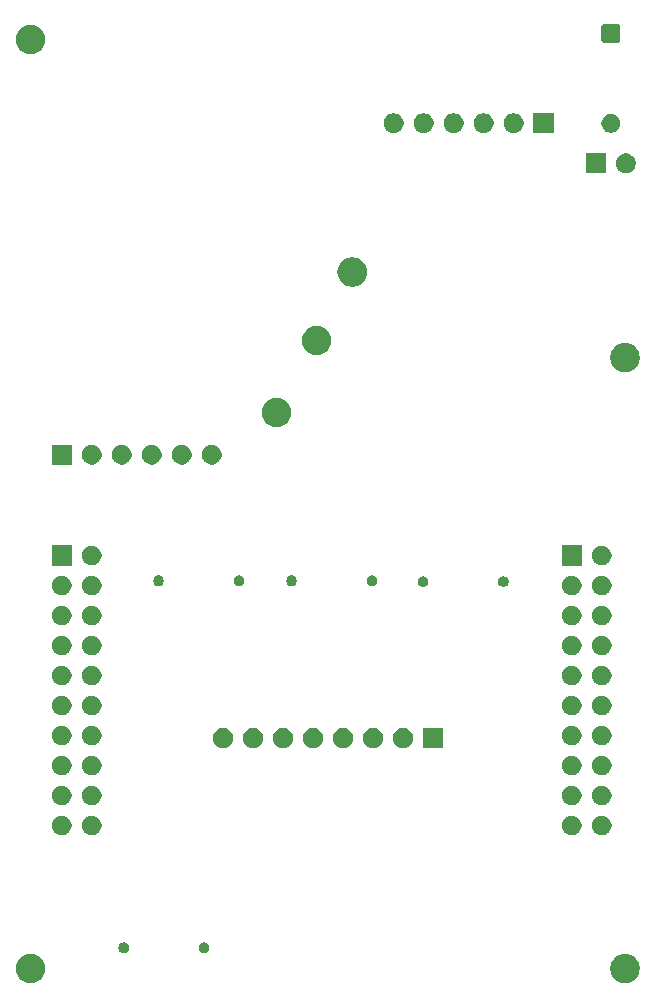
<source format=gbs>
G04 #@! TF.GenerationSoftware,KiCad,Pcbnew,9.0.4*
G04 #@! TF.CreationDate,2025-09-12T09:59:32-04:00*
G04 #@! TF.ProjectId,SBP_Routing_Board,5342505f-526f-4757-9469-6e675f426f61,rev?*
G04 #@! TF.SameCoordinates,Original*
G04 #@! TF.FileFunction,Soldermask,Bot*
G04 #@! TF.FilePolarity,Negative*
%FSLAX46Y46*%
G04 Gerber Fmt 4.6, Leading zero omitted, Abs format (unit mm)*
G04 Created by KiCad (PCBNEW 9.0.4) date 2025-09-12 09:59:32*
%MOMM*%
%LPD*%
G01*
G04 APERTURE LIST*
G04 APERTURE END LIST*
G36*
X70041807Y-140484538D02*
G01*
X70228354Y-140545151D01*
X70403123Y-140634200D01*
X70561810Y-140749493D01*
X70700507Y-140888190D01*
X70815800Y-141046877D01*
X70904849Y-141221646D01*
X70965462Y-141408193D01*
X70996147Y-141601926D01*
X70996147Y-141798074D01*
X70965462Y-141991807D01*
X70904849Y-142178354D01*
X70815800Y-142353123D01*
X70700507Y-142511810D01*
X70561810Y-142650507D01*
X70403123Y-142765800D01*
X70228354Y-142854849D01*
X70041807Y-142915462D01*
X69848074Y-142946147D01*
X69651926Y-142946147D01*
X69458193Y-142915462D01*
X69271646Y-142854849D01*
X69096877Y-142765800D01*
X68938190Y-142650507D01*
X68799493Y-142511810D01*
X68684200Y-142353123D01*
X68595151Y-142178354D01*
X68534538Y-141991807D01*
X68503853Y-141798074D01*
X68503853Y-141601926D01*
X68534538Y-141408193D01*
X68595151Y-141221646D01*
X68684200Y-141046877D01*
X68799493Y-140888190D01*
X68938190Y-140749493D01*
X69096877Y-140634200D01*
X69271646Y-140545151D01*
X69458193Y-140484538D01*
X69651926Y-140453853D01*
X69848074Y-140453853D01*
X70041807Y-140484538D01*
G37*
G36*
X120391807Y-140484538D02*
G01*
X120578354Y-140545151D01*
X120753123Y-140634200D01*
X120911810Y-140749493D01*
X121050507Y-140888190D01*
X121165800Y-141046877D01*
X121254849Y-141221646D01*
X121315462Y-141408193D01*
X121346147Y-141601926D01*
X121346147Y-141798074D01*
X121315462Y-141991807D01*
X121254849Y-142178354D01*
X121165800Y-142353123D01*
X121050507Y-142511810D01*
X120911810Y-142650507D01*
X120753123Y-142765800D01*
X120578354Y-142854849D01*
X120391807Y-142915462D01*
X120198074Y-142946147D01*
X120001926Y-142946147D01*
X119808193Y-142915462D01*
X119621646Y-142854849D01*
X119446877Y-142765800D01*
X119288190Y-142650507D01*
X119149493Y-142511810D01*
X119034200Y-142353123D01*
X118945151Y-142178354D01*
X118884538Y-141991807D01*
X118853853Y-141798074D01*
X118853853Y-141601926D01*
X118884538Y-141408193D01*
X118945151Y-141221646D01*
X119034200Y-141046877D01*
X119149493Y-140888190D01*
X119288190Y-140749493D01*
X119446877Y-140634200D01*
X119621646Y-140545151D01*
X119808193Y-140484538D01*
X120001926Y-140453853D01*
X120198074Y-140453853D01*
X120391807Y-140484538D01*
G37*
G36*
X77822208Y-139534254D02*
G01*
X77923943Y-139592991D01*
X78007009Y-139676057D01*
X78065746Y-139777792D01*
X78096150Y-139891263D01*
X78096150Y-140008737D01*
X78065746Y-140122208D01*
X78007009Y-140223943D01*
X77923943Y-140307009D01*
X77822208Y-140365746D01*
X77708737Y-140396150D01*
X77591263Y-140396150D01*
X77477792Y-140365746D01*
X77376057Y-140307009D01*
X77292991Y-140223943D01*
X77234254Y-140122208D01*
X77203850Y-140008737D01*
X77203850Y-139891263D01*
X77234254Y-139777792D01*
X77292991Y-139676057D01*
X77376057Y-139592991D01*
X77477792Y-139534254D01*
X77591263Y-139503850D01*
X77708737Y-139503850D01*
X77822208Y-139534254D01*
G37*
G36*
X84622208Y-139534254D02*
G01*
X84723943Y-139592991D01*
X84807009Y-139676057D01*
X84865746Y-139777792D01*
X84896150Y-139891263D01*
X84896150Y-140008737D01*
X84865746Y-140122208D01*
X84807009Y-140223943D01*
X84723943Y-140307009D01*
X84622208Y-140365746D01*
X84508737Y-140396150D01*
X84391263Y-140396150D01*
X84277792Y-140365746D01*
X84176057Y-140307009D01*
X84092991Y-140223943D01*
X84034254Y-140122208D01*
X84003850Y-140008737D01*
X84003850Y-139891263D01*
X84034254Y-139777792D01*
X84092991Y-139676057D01*
X84176057Y-139592991D01*
X84277792Y-139534254D01*
X84391263Y-139503850D01*
X84508737Y-139503850D01*
X84622208Y-139534254D01*
G37*
G36*
X72646742Y-128796601D02*
G01*
X72800687Y-128860367D01*
X72939234Y-128952941D01*
X73057059Y-129070766D01*
X73149633Y-129209313D01*
X73213399Y-129363258D01*
X73245907Y-129526685D01*
X73245907Y-129693315D01*
X73213399Y-129856742D01*
X73149633Y-130010687D01*
X73057059Y-130149234D01*
X72939234Y-130267059D01*
X72800687Y-130359633D01*
X72646742Y-130423399D01*
X72483315Y-130455907D01*
X72316685Y-130455907D01*
X72153258Y-130423399D01*
X71999313Y-130359633D01*
X71860766Y-130267059D01*
X71742941Y-130149234D01*
X71650367Y-130010687D01*
X71586601Y-129856742D01*
X71554093Y-129693315D01*
X71554093Y-129526685D01*
X71586601Y-129363258D01*
X71650367Y-129209313D01*
X71742941Y-129070766D01*
X71860766Y-128952941D01*
X71999313Y-128860367D01*
X72153258Y-128796601D01*
X72316685Y-128764093D01*
X72483315Y-128764093D01*
X72646742Y-128796601D01*
G37*
G36*
X75186742Y-128796601D02*
G01*
X75340687Y-128860367D01*
X75479234Y-128952941D01*
X75597059Y-129070766D01*
X75689633Y-129209313D01*
X75753399Y-129363258D01*
X75785907Y-129526685D01*
X75785907Y-129693315D01*
X75753399Y-129856742D01*
X75689633Y-130010687D01*
X75597059Y-130149234D01*
X75479234Y-130267059D01*
X75340687Y-130359633D01*
X75186742Y-130423399D01*
X75023315Y-130455907D01*
X74856685Y-130455907D01*
X74693258Y-130423399D01*
X74539313Y-130359633D01*
X74400766Y-130267059D01*
X74282941Y-130149234D01*
X74190367Y-130010687D01*
X74126601Y-129856742D01*
X74094093Y-129693315D01*
X74094093Y-129526685D01*
X74126601Y-129363258D01*
X74190367Y-129209313D01*
X74282941Y-129070766D01*
X74400766Y-128952941D01*
X74539313Y-128860367D01*
X74693258Y-128796601D01*
X74856685Y-128764093D01*
X75023315Y-128764093D01*
X75186742Y-128796601D01*
G37*
G36*
X115826742Y-128796601D02*
G01*
X115980687Y-128860367D01*
X116119234Y-128952941D01*
X116237059Y-129070766D01*
X116329633Y-129209313D01*
X116393399Y-129363258D01*
X116425907Y-129526685D01*
X116425907Y-129693315D01*
X116393399Y-129856742D01*
X116329633Y-130010687D01*
X116237059Y-130149234D01*
X116119234Y-130267059D01*
X115980687Y-130359633D01*
X115826742Y-130423399D01*
X115663315Y-130455907D01*
X115496685Y-130455907D01*
X115333258Y-130423399D01*
X115179313Y-130359633D01*
X115040766Y-130267059D01*
X114922941Y-130149234D01*
X114830367Y-130010687D01*
X114766601Y-129856742D01*
X114734093Y-129693315D01*
X114734093Y-129526685D01*
X114766601Y-129363258D01*
X114830367Y-129209313D01*
X114922941Y-129070766D01*
X115040766Y-128952941D01*
X115179313Y-128860367D01*
X115333258Y-128796601D01*
X115496685Y-128764093D01*
X115663315Y-128764093D01*
X115826742Y-128796601D01*
G37*
G36*
X118366742Y-128796601D02*
G01*
X118520687Y-128860367D01*
X118659234Y-128952941D01*
X118777059Y-129070766D01*
X118869633Y-129209313D01*
X118933399Y-129363258D01*
X118965907Y-129526685D01*
X118965907Y-129693315D01*
X118933399Y-129856742D01*
X118869633Y-130010687D01*
X118777059Y-130149234D01*
X118659234Y-130267059D01*
X118520687Y-130359633D01*
X118366742Y-130423399D01*
X118203315Y-130455907D01*
X118036685Y-130455907D01*
X117873258Y-130423399D01*
X117719313Y-130359633D01*
X117580766Y-130267059D01*
X117462941Y-130149234D01*
X117370367Y-130010687D01*
X117306601Y-129856742D01*
X117274093Y-129693315D01*
X117274093Y-129526685D01*
X117306601Y-129363258D01*
X117370367Y-129209313D01*
X117462941Y-129070766D01*
X117580766Y-128952941D01*
X117719313Y-128860367D01*
X117873258Y-128796601D01*
X118036685Y-128764093D01*
X118203315Y-128764093D01*
X118366742Y-128796601D01*
G37*
G36*
X72646742Y-126256601D02*
G01*
X72800687Y-126320367D01*
X72939234Y-126412941D01*
X73057059Y-126530766D01*
X73149633Y-126669313D01*
X73213399Y-126823258D01*
X73245907Y-126986685D01*
X73245907Y-127153315D01*
X73213399Y-127316742D01*
X73149633Y-127470687D01*
X73057059Y-127609234D01*
X72939234Y-127727059D01*
X72800687Y-127819633D01*
X72646742Y-127883399D01*
X72483315Y-127915907D01*
X72316685Y-127915907D01*
X72153258Y-127883399D01*
X71999313Y-127819633D01*
X71860766Y-127727059D01*
X71742941Y-127609234D01*
X71650367Y-127470687D01*
X71586601Y-127316742D01*
X71554093Y-127153315D01*
X71554093Y-126986685D01*
X71586601Y-126823258D01*
X71650367Y-126669313D01*
X71742941Y-126530766D01*
X71860766Y-126412941D01*
X71999313Y-126320367D01*
X72153258Y-126256601D01*
X72316685Y-126224093D01*
X72483315Y-126224093D01*
X72646742Y-126256601D01*
G37*
G36*
X75186742Y-126256601D02*
G01*
X75340687Y-126320367D01*
X75479234Y-126412941D01*
X75597059Y-126530766D01*
X75689633Y-126669313D01*
X75753399Y-126823258D01*
X75785907Y-126986685D01*
X75785907Y-127153315D01*
X75753399Y-127316742D01*
X75689633Y-127470687D01*
X75597059Y-127609234D01*
X75479234Y-127727059D01*
X75340687Y-127819633D01*
X75186742Y-127883399D01*
X75023315Y-127915907D01*
X74856685Y-127915907D01*
X74693258Y-127883399D01*
X74539313Y-127819633D01*
X74400766Y-127727059D01*
X74282941Y-127609234D01*
X74190367Y-127470687D01*
X74126601Y-127316742D01*
X74094093Y-127153315D01*
X74094093Y-126986685D01*
X74126601Y-126823258D01*
X74190367Y-126669313D01*
X74282941Y-126530766D01*
X74400766Y-126412941D01*
X74539313Y-126320367D01*
X74693258Y-126256601D01*
X74856685Y-126224093D01*
X75023315Y-126224093D01*
X75186742Y-126256601D01*
G37*
G36*
X115826742Y-126256601D02*
G01*
X115980687Y-126320367D01*
X116119234Y-126412941D01*
X116237059Y-126530766D01*
X116329633Y-126669313D01*
X116393399Y-126823258D01*
X116425907Y-126986685D01*
X116425907Y-127153315D01*
X116393399Y-127316742D01*
X116329633Y-127470687D01*
X116237059Y-127609234D01*
X116119234Y-127727059D01*
X115980687Y-127819633D01*
X115826742Y-127883399D01*
X115663315Y-127915907D01*
X115496685Y-127915907D01*
X115333258Y-127883399D01*
X115179313Y-127819633D01*
X115040766Y-127727059D01*
X114922941Y-127609234D01*
X114830367Y-127470687D01*
X114766601Y-127316742D01*
X114734093Y-127153315D01*
X114734093Y-126986685D01*
X114766601Y-126823258D01*
X114830367Y-126669313D01*
X114922941Y-126530766D01*
X115040766Y-126412941D01*
X115179313Y-126320367D01*
X115333258Y-126256601D01*
X115496685Y-126224093D01*
X115663315Y-126224093D01*
X115826742Y-126256601D01*
G37*
G36*
X118366742Y-126256601D02*
G01*
X118520687Y-126320367D01*
X118659234Y-126412941D01*
X118777059Y-126530766D01*
X118869633Y-126669313D01*
X118933399Y-126823258D01*
X118965907Y-126986685D01*
X118965907Y-127153315D01*
X118933399Y-127316742D01*
X118869633Y-127470687D01*
X118777059Y-127609234D01*
X118659234Y-127727059D01*
X118520687Y-127819633D01*
X118366742Y-127883399D01*
X118203315Y-127915907D01*
X118036685Y-127915907D01*
X117873258Y-127883399D01*
X117719313Y-127819633D01*
X117580766Y-127727059D01*
X117462941Y-127609234D01*
X117370367Y-127470687D01*
X117306601Y-127316742D01*
X117274093Y-127153315D01*
X117274093Y-126986685D01*
X117306601Y-126823258D01*
X117370367Y-126669313D01*
X117462941Y-126530766D01*
X117580766Y-126412941D01*
X117719313Y-126320367D01*
X117873258Y-126256601D01*
X118036685Y-126224093D01*
X118203315Y-126224093D01*
X118366742Y-126256601D01*
G37*
G36*
X72646742Y-123716601D02*
G01*
X72800687Y-123780367D01*
X72939234Y-123872941D01*
X73057059Y-123990766D01*
X73149633Y-124129313D01*
X73213399Y-124283258D01*
X73245907Y-124446685D01*
X73245907Y-124613315D01*
X73213399Y-124776742D01*
X73149633Y-124930687D01*
X73057059Y-125069234D01*
X72939234Y-125187059D01*
X72800687Y-125279633D01*
X72646742Y-125343399D01*
X72483315Y-125375907D01*
X72316685Y-125375907D01*
X72153258Y-125343399D01*
X71999313Y-125279633D01*
X71860766Y-125187059D01*
X71742941Y-125069234D01*
X71650367Y-124930687D01*
X71586601Y-124776742D01*
X71554093Y-124613315D01*
X71554093Y-124446685D01*
X71586601Y-124283258D01*
X71650367Y-124129313D01*
X71742941Y-123990766D01*
X71860766Y-123872941D01*
X71999313Y-123780367D01*
X72153258Y-123716601D01*
X72316685Y-123684093D01*
X72483315Y-123684093D01*
X72646742Y-123716601D01*
G37*
G36*
X75186742Y-123716601D02*
G01*
X75340687Y-123780367D01*
X75479234Y-123872941D01*
X75597059Y-123990766D01*
X75689633Y-124129313D01*
X75753399Y-124283258D01*
X75785907Y-124446685D01*
X75785907Y-124613315D01*
X75753399Y-124776742D01*
X75689633Y-124930687D01*
X75597059Y-125069234D01*
X75479234Y-125187059D01*
X75340687Y-125279633D01*
X75186742Y-125343399D01*
X75023315Y-125375907D01*
X74856685Y-125375907D01*
X74693258Y-125343399D01*
X74539313Y-125279633D01*
X74400766Y-125187059D01*
X74282941Y-125069234D01*
X74190367Y-124930687D01*
X74126601Y-124776742D01*
X74094093Y-124613315D01*
X74094093Y-124446685D01*
X74126601Y-124283258D01*
X74190367Y-124129313D01*
X74282941Y-123990766D01*
X74400766Y-123872941D01*
X74539313Y-123780367D01*
X74693258Y-123716601D01*
X74856685Y-123684093D01*
X75023315Y-123684093D01*
X75186742Y-123716601D01*
G37*
G36*
X115826742Y-123716601D02*
G01*
X115980687Y-123780367D01*
X116119234Y-123872941D01*
X116237059Y-123990766D01*
X116329633Y-124129313D01*
X116393399Y-124283258D01*
X116425907Y-124446685D01*
X116425907Y-124613315D01*
X116393399Y-124776742D01*
X116329633Y-124930687D01*
X116237059Y-125069234D01*
X116119234Y-125187059D01*
X115980687Y-125279633D01*
X115826742Y-125343399D01*
X115663315Y-125375907D01*
X115496685Y-125375907D01*
X115333258Y-125343399D01*
X115179313Y-125279633D01*
X115040766Y-125187059D01*
X114922941Y-125069234D01*
X114830367Y-124930687D01*
X114766601Y-124776742D01*
X114734093Y-124613315D01*
X114734093Y-124446685D01*
X114766601Y-124283258D01*
X114830367Y-124129313D01*
X114922941Y-123990766D01*
X115040766Y-123872941D01*
X115179313Y-123780367D01*
X115333258Y-123716601D01*
X115496685Y-123684093D01*
X115663315Y-123684093D01*
X115826742Y-123716601D01*
G37*
G36*
X118366742Y-123716601D02*
G01*
X118520687Y-123780367D01*
X118659234Y-123872941D01*
X118777059Y-123990766D01*
X118869633Y-124129313D01*
X118933399Y-124283258D01*
X118965907Y-124446685D01*
X118965907Y-124613315D01*
X118933399Y-124776742D01*
X118869633Y-124930687D01*
X118777059Y-125069234D01*
X118659234Y-125187059D01*
X118520687Y-125279633D01*
X118366742Y-125343399D01*
X118203315Y-125375907D01*
X118036685Y-125375907D01*
X117873258Y-125343399D01*
X117719313Y-125279633D01*
X117580766Y-125187059D01*
X117462941Y-125069234D01*
X117370367Y-124930687D01*
X117306601Y-124776742D01*
X117274093Y-124613315D01*
X117274093Y-124446685D01*
X117306601Y-124283258D01*
X117370367Y-124129313D01*
X117462941Y-123990766D01*
X117580766Y-123872941D01*
X117719313Y-123780367D01*
X117873258Y-123716601D01*
X118036685Y-123684093D01*
X118203315Y-123684093D01*
X118366742Y-123716601D01*
G37*
G36*
X104690000Y-123050000D02*
G01*
X102990000Y-123050000D01*
X102990000Y-121350000D01*
X104690000Y-121350000D01*
X104690000Y-123050000D01*
G37*
G36*
X86306742Y-121386601D02*
G01*
X86460687Y-121450367D01*
X86599234Y-121542941D01*
X86717059Y-121660766D01*
X86809633Y-121799313D01*
X86873399Y-121953258D01*
X86905907Y-122116685D01*
X86905907Y-122283315D01*
X86873399Y-122446742D01*
X86809633Y-122600687D01*
X86717059Y-122739234D01*
X86599234Y-122857059D01*
X86460687Y-122949633D01*
X86306742Y-123013399D01*
X86143315Y-123045907D01*
X85976685Y-123045907D01*
X85813258Y-123013399D01*
X85659313Y-122949633D01*
X85520766Y-122857059D01*
X85402941Y-122739234D01*
X85310367Y-122600687D01*
X85246601Y-122446742D01*
X85214093Y-122283315D01*
X85214093Y-122116685D01*
X85246601Y-121953258D01*
X85310367Y-121799313D01*
X85402941Y-121660766D01*
X85520766Y-121542941D01*
X85659313Y-121450367D01*
X85813258Y-121386601D01*
X85976685Y-121354093D01*
X86143315Y-121354093D01*
X86306742Y-121386601D01*
G37*
G36*
X88846742Y-121386601D02*
G01*
X89000687Y-121450367D01*
X89139234Y-121542941D01*
X89257059Y-121660766D01*
X89349633Y-121799313D01*
X89413399Y-121953258D01*
X89445907Y-122116685D01*
X89445907Y-122283315D01*
X89413399Y-122446742D01*
X89349633Y-122600687D01*
X89257059Y-122739234D01*
X89139234Y-122857059D01*
X89000687Y-122949633D01*
X88846742Y-123013399D01*
X88683315Y-123045907D01*
X88516685Y-123045907D01*
X88353258Y-123013399D01*
X88199313Y-122949633D01*
X88060766Y-122857059D01*
X87942941Y-122739234D01*
X87850367Y-122600687D01*
X87786601Y-122446742D01*
X87754093Y-122283315D01*
X87754093Y-122116685D01*
X87786601Y-121953258D01*
X87850367Y-121799313D01*
X87942941Y-121660766D01*
X88060766Y-121542941D01*
X88199313Y-121450367D01*
X88353258Y-121386601D01*
X88516685Y-121354093D01*
X88683315Y-121354093D01*
X88846742Y-121386601D01*
G37*
G36*
X91386742Y-121386601D02*
G01*
X91540687Y-121450367D01*
X91679234Y-121542941D01*
X91797059Y-121660766D01*
X91889633Y-121799313D01*
X91953399Y-121953258D01*
X91985907Y-122116685D01*
X91985907Y-122283315D01*
X91953399Y-122446742D01*
X91889633Y-122600687D01*
X91797059Y-122739234D01*
X91679234Y-122857059D01*
X91540687Y-122949633D01*
X91386742Y-123013399D01*
X91223315Y-123045907D01*
X91056685Y-123045907D01*
X90893258Y-123013399D01*
X90739313Y-122949633D01*
X90600766Y-122857059D01*
X90482941Y-122739234D01*
X90390367Y-122600687D01*
X90326601Y-122446742D01*
X90294093Y-122283315D01*
X90294093Y-122116685D01*
X90326601Y-121953258D01*
X90390367Y-121799313D01*
X90482941Y-121660766D01*
X90600766Y-121542941D01*
X90739313Y-121450367D01*
X90893258Y-121386601D01*
X91056685Y-121354093D01*
X91223315Y-121354093D01*
X91386742Y-121386601D01*
G37*
G36*
X93926742Y-121386601D02*
G01*
X94080687Y-121450367D01*
X94219234Y-121542941D01*
X94337059Y-121660766D01*
X94429633Y-121799313D01*
X94493399Y-121953258D01*
X94525907Y-122116685D01*
X94525907Y-122283315D01*
X94493399Y-122446742D01*
X94429633Y-122600687D01*
X94337059Y-122739234D01*
X94219234Y-122857059D01*
X94080687Y-122949633D01*
X93926742Y-123013399D01*
X93763315Y-123045907D01*
X93596685Y-123045907D01*
X93433258Y-123013399D01*
X93279313Y-122949633D01*
X93140766Y-122857059D01*
X93022941Y-122739234D01*
X92930367Y-122600687D01*
X92866601Y-122446742D01*
X92834093Y-122283315D01*
X92834093Y-122116685D01*
X92866601Y-121953258D01*
X92930367Y-121799313D01*
X93022941Y-121660766D01*
X93140766Y-121542941D01*
X93279313Y-121450367D01*
X93433258Y-121386601D01*
X93596685Y-121354093D01*
X93763315Y-121354093D01*
X93926742Y-121386601D01*
G37*
G36*
X96466742Y-121386601D02*
G01*
X96620687Y-121450367D01*
X96759234Y-121542941D01*
X96877059Y-121660766D01*
X96969633Y-121799313D01*
X97033399Y-121953258D01*
X97065907Y-122116685D01*
X97065907Y-122283315D01*
X97033399Y-122446742D01*
X96969633Y-122600687D01*
X96877059Y-122739234D01*
X96759234Y-122857059D01*
X96620687Y-122949633D01*
X96466742Y-123013399D01*
X96303315Y-123045907D01*
X96136685Y-123045907D01*
X95973258Y-123013399D01*
X95819313Y-122949633D01*
X95680766Y-122857059D01*
X95562941Y-122739234D01*
X95470367Y-122600687D01*
X95406601Y-122446742D01*
X95374093Y-122283315D01*
X95374093Y-122116685D01*
X95406601Y-121953258D01*
X95470367Y-121799313D01*
X95562941Y-121660766D01*
X95680766Y-121542941D01*
X95819313Y-121450367D01*
X95973258Y-121386601D01*
X96136685Y-121354093D01*
X96303315Y-121354093D01*
X96466742Y-121386601D01*
G37*
G36*
X99006742Y-121386601D02*
G01*
X99160687Y-121450367D01*
X99299234Y-121542941D01*
X99417059Y-121660766D01*
X99509633Y-121799313D01*
X99573399Y-121953258D01*
X99605907Y-122116685D01*
X99605907Y-122283315D01*
X99573399Y-122446742D01*
X99509633Y-122600687D01*
X99417059Y-122739234D01*
X99299234Y-122857059D01*
X99160687Y-122949633D01*
X99006742Y-123013399D01*
X98843315Y-123045907D01*
X98676685Y-123045907D01*
X98513258Y-123013399D01*
X98359313Y-122949633D01*
X98220766Y-122857059D01*
X98102941Y-122739234D01*
X98010367Y-122600687D01*
X97946601Y-122446742D01*
X97914093Y-122283315D01*
X97914093Y-122116685D01*
X97946601Y-121953258D01*
X98010367Y-121799313D01*
X98102941Y-121660766D01*
X98220766Y-121542941D01*
X98359313Y-121450367D01*
X98513258Y-121386601D01*
X98676685Y-121354093D01*
X98843315Y-121354093D01*
X99006742Y-121386601D01*
G37*
G36*
X101546742Y-121386601D02*
G01*
X101700687Y-121450367D01*
X101839234Y-121542941D01*
X101957059Y-121660766D01*
X102049633Y-121799313D01*
X102113399Y-121953258D01*
X102145907Y-122116685D01*
X102145907Y-122283315D01*
X102113399Y-122446742D01*
X102049633Y-122600687D01*
X101957059Y-122739234D01*
X101839234Y-122857059D01*
X101700687Y-122949633D01*
X101546742Y-123013399D01*
X101383315Y-123045907D01*
X101216685Y-123045907D01*
X101053258Y-123013399D01*
X100899313Y-122949633D01*
X100760766Y-122857059D01*
X100642941Y-122739234D01*
X100550367Y-122600687D01*
X100486601Y-122446742D01*
X100454093Y-122283315D01*
X100454093Y-122116685D01*
X100486601Y-121953258D01*
X100550367Y-121799313D01*
X100642941Y-121660766D01*
X100760766Y-121542941D01*
X100899313Y-121450367D01*
X101053258Y-121386601D01*
X101216685Y-121354093D01*
X101383315Y-121354093D01*
X101546742Y-121386601D01*
G37*
G36*
X72646742Y-121176601D02*
G01*
X72800687Y-121240367D01*
X72939234Y-121332941D01*
X73057059Y-121450766D01*
X73149633Y-121589313D01*
X73213399Y-121743258D01*
X73245907Y-121906685D01*
X73245907Y-122073315D01*
X73213399Y-122236742D01*
X73149633Y-122390687D01*
X73057059Y-122529234D01*
X72939234Y-122647059D01*
X72800687Y-122739633D01*
X72646742Y-122803399D01*
X72483315Y-122835907D01*
X72316685Y-122835907D01*
X72153258Y-122803399D01*
X71999313Y-122739633D01*
X71860766Y-122647059D01*
X71742941Y-122529234D01*
X71650367Y-122390687D01*
X71586601Y-122236742D01*
X71554093Y-122073315D01*
X71554093Y-121906685D01*
X71586601Y-121743258D01*
X71650367Y-121589313D01*
X71742941Y-121450766D01*
X71860766Y-121332941D01*
X71999313Y-121240367D01*
X72153258Y-121176601D01*
X72316685Y-121144093D01*
X72483315Y-121144093D01*
X72646742Y-121176601D01*
G37*
G36*
X75186742Y-121176601D02*
G01*
X75340687Y-121240367D01*
X75479234Y-121332941D01*
X75597059Y-121450766D01*
X75689633Y-121589313D01*
X75753399Y-121743258D01*
X75785907Y-121906685D01*
X75785907Y-122073315D01*
X75753399Y-122236742D01*
X75689633Y-122390687D01*
X75597059Y-122529234D01*
X75479234Y-122647059D01*
X75340687Y-122739633D01*
X75186742Y-122803399D01*
X75023315Y-122835907D01*
X74856685Y-122835907D01*
X74693258Y-122803399D01*
X74539313Y-122739633D01*
X74400766Y-122647059D01*
X74282941Y-122529234D01*
X74190367Y-122390687D01*
X74126601Y-122236742D01*
X74094093Y-122073315D01*
X74094093Y-121906685D01*
X74126601Y-121743258D01*
X74190367Y-121589313D01*
X74282941Y-121450766D01*
X74400766Y-121332941D01*
X74539313Y-121240367D01*
X74693258Y-121176601D01*
X74856685Y-121144093D01*
X75023315Y-121144093D01*
X75186742Y-121176601D01*
G37*
G36*
X115826742Y-121176601D02*
G01*
X115980687Y-121240367D01*
X116119234Y-121332941D01*
X116237059Y-121450766D01*
X116329633Y-121589313D01*
X116393399Y-121743258D01*
X116425907Y-121906685D01*
X116425907Y-122073315D01*
X116393399Y-122236742D01*
X116329633Y-122390687D01*
X116237059Y-122529234D01*
X116119234Y-122647059D01*
X115980687Y-122739633D01*
X115826742Y-122803399D01*
X115663315Y-122835907D01*
X115496685Y-122835907D01*
X115333258Y-122803399D01*
X115179313Y-122739633D01*
X115040766Y-122647059D01*
X114922941Y-122529234D01*
X114830367Y-122390687D01*
X114766601Y-122236742D01*
X114734093Y-122073315D01*
X114734093Y-121906685D01*
X114766601Y-121743258D01*
X114830367Y-121589313D01*
X114922941Y-121450766D01*
X115040766Y-121332941D01*
X115179313Y-121240367D01*
X115333258Y-121176601D01*
X115496685Y-121144093D01*
X115663315Y-121144093D01*
X115826742Y-121176601D01*
G37*
G36*
X118366742Y-121176601D02*
G01*
X118520687Y-121240367D01*
X118659234Y-121332941D01*
X118777059Y-121450766D01*
X118869633Y-121589313D01*
X118933399Y-121743258D01*
X118965907Y-121906685D01*
X118965907Y-122073315D01*
X118933399Y-122236742D01*
X118869633Y-122390687D01*
X118777059Y-122529234D01*
X118659234Y-122647059D01*
X118520687Y-122739633D01*
X118366742Y-122803399D01*
X118203315Y-122835907D01*
X118036685Y-122835907D01*
X117873258Y-122803399D01*
X117719313Y-122739633D01*
X117580766Y-122647059D01*
X117462941Y-122529234D01*
X117370367Y-122390687D01*
X117306601Y-122236742D01*
X117274093Y-122073315D01*
X117274093Y-121906685D01*
X117306601Y-121743258D01*
X117370367Y-121589313D01*
X117462941Y-121450766D01*
X117580766Y-121332941D01*
X117719313Y-121240367D01*
X117873258Y-121176601D01*
X118036685Y-121144093D01*
X118203315Y-121144093D01*
X118366742Y-121176601D01*
G37*
G36*
X72646742Y-118636601D02*
G01*
X72800687Y-118700367D01*
X72939234Y-118792941D01*
X73057059Y-118910766D01*
X73149633Y-119049313D01*
X73213399Y-119203258D01*
X73245907Y-119366685D01*
X73245907Y-119533315D01*
X73213399Y-119696742D01*
X73149633Y-119850687D01*
X73057059Y-119989234D01*
X72939234Y-120107059D01*
X72800687Y-120199633D01*
X72646742Y-120263399D01*
X72483315Y-120295907D01*
X72316685Y-120295907D01*
X72153258Y-120263399D01*
X71999313Y-120199633D01*
X71860766Y-120107059D01*
X71742941Y-119989234D01*
X71650367Y-119850687D01*
X71586601Y-119696742D01*
X71554093Y-119533315D01*
X71554093Y-119366685D01*
X71586601Y-119203258D01*
X71650367Y-119049313D01*
X71742941Y-118910766D01*
X71860766Y-118792941D01*
X71999313Y-118700367D01*
X72153258Y-118636601D01*
X72316685Y-118604093D01*
X72483315Y-118604093D01*
X72646742Y-118636601D01*
G37*
G36*
X75186742Y-118636601D02*
G01*
X75340687Y-118700367D01*
X75479234Y-118792941D01*
X75597059Y-118910766D01*
X75689633Y-119049313D01*
X75753399Y-119203258D01*
X75785907Y-119366685D01*
X75785907Y-119533315D01*
X75753399Y-119696742D01*
X75689633Y-119850687D01*
X75597059Y-119989234D01*
X75479234Y-120107059D01*
X75340687Y-120199633D01*
X75186742Y-120263399D01*
X75023315Y-120295907D01*
X74856685Y-120295907D01*
X74693258Y-120263399D01*
X74539313Y-120199633D01*
X74400766Y-120107059D01*
X74282941Y-119989234D01*
X74190367Y-119850687D01*
X74126601Y-119696742D01*
X74094093Y-119533315D01*
X74094093Y-119366685D01*
X74126601Y-119203258D01*
X74190367Y-119049313D01*
X74282941Y-118910766D01*
X74400766Y-118792941D01*
X74539313Y-118700367D01*
X74693258Y-118636601D01*
X74856685Y-118604093D01*
X75023315Y-118604093D01*
X75186742Y-118636601D01*
G37*
G36*
X115826742Y-118636601D02*
G01*
X115980687Y-118700367D01*
X116119234Y-118792941D01*
X116237059Y-118910766D01*
X116329633Y-119049313D01*
X116393399Y-119203258D01*
X116425907Y-119366685D01*
X116425907Y-119533315D01*
X116393399Y-119696742D01*
X116329633Y-119850687D01*
X116237059Y-119989234D01*
X116119234Y-120107059D01*
X115980687Y-120199633D01*
X115826742Y-120263399D01*
X115663315Y-120295907D01*
X115496685Y-120295907D01*
X115333258Y-120263399D01*
X115179313Y-120199633D01*
X115040766Y-120107059D01*
X114922941Y-119989234D01*
X114830367Y-119850687D01*
X114766601Y-119696742D01*
X114734093Y-119533315D01*
X114734093Y-119366685D01*
X114766601Y-119203258D01*
X114830367Y-119049313D01*
X114922941Y-118910766D01*
X115040766Y-118792941D01*
X115179313Y-118700367D01*
X115333258Y-118636601D01*
X115496685Y-118604093D01*
X115663315Y-118604093D01*
X115826742Y-118636601D01*
G37*
G36*
X118366742Y-118636601D02*
G01*
X118520687Y-118700367D01*
X118659234Y-118792941D01*
X118777059Y-118910766D01*
X118869633Y-119049313D01*
X118933399Y-119203258D01*
X118965907Y-119366685D01*
X118965907Y-119533315D01*
X118933399Y-119696742D01*
X118869633Y-119850687D01*
X118777059Y-119989234D01*
X118659234Y-120107059D01*
X118520687Y-120199633D01*
X118366742Y-120263399D01*
X118203315Y-120295907D01*
X118036685Y-120295907D01*
X117873258Y-120263399D01*
X117719313Y-120199633D01*
X117580766Y-120107059D01*
X117462941Y-119989234D01*
X117370367Y-119850687D01*
X117306601Y-119696742D01*
X117274093Y-119533315D01*
X117274093Y-119366685D01*
X117306601Y-119203258D01*
X117370367Y-119049313D01*
X117462941Y-118910766D01*
X117580766Y-118792941D01*
X117719313Y-118700367D01*
X117873258Y-118636601D01*
X118036685Y-118604093D01*
X118203315Y-118604093D01*
X118366742Y-118636601D01*
G37*
G36*
X72646742Y-116096601D02*
G01*
X72800687Y-116160367D01*
X72939234Y-116252941D01*
X73057059Y-116370766D01*
X73149633Y-116509313D01*
X73213399Y-116663258D01*
X73245907Y-116826685D01*
X73245907Y-116993315D01*
X73213399Y-117156742D01*
X73149633Y-117310687D01*
X73057059Y-117449234D01*
X72939234Y-117567059D01*
X72800687Y-117659633D01*
X72646742Y-117723399D01*
X72483315Y-117755907D01*
X72316685Y-117755907D01*
X72153258Y-117723399D01*
X71999313Y-117659633D01*
X71860766Y-117567059D01*
X71742941Y-117449234D01*
X71650367Y-117310687D01*
X71586601Y-117156742D01*
X71554093Y-116993315D01*
X71554093Y-116826685D01*
X71586601Y-116663258D01*
X71650367Y-116509313D01*
X71742941Y-116370766D01*
X71860766Y-116252941D01*
X71999313Y-116160367D01*
X72153258Y-116096601D01*
X72316685Y-116064093D01*
X72483315Y-116064093D01*
X72646742Y-116096601D01*
G37*
G36*
X75186742Y-116096601D02*
G01*
X75340687Y-116160367D01*
X75479234Y-116252941D01*
X75597059Y-116370766D01*
X75689633Y-116509313D01*
X75753399Y-116663258D01*
X75785907Y-116826685D01*
X75785907Y-116993315D01*
X75753399Y-117156742D01*
X75689633Y-117310687D01*
X75597059Y-117449234D01*
X75479234Y-117567059D01*
X75340687Y-117659633D01*
X75186742Y-117723399D01*
X75023315Y-117755907D01*
X74856685Y-117755907D01*
X74693258Y-117723399D01*
X74539313Y-117659633D01*
X74400766Y-117567059D01*
X74282941Y-117449234D01*
X74190367Y-117310687D01*
X74126601Y-117156742D01*
X74094093Y-116993315D01*
X74094093Y-116826685D01*
X74126601Y-116663258D01*
X74190367Y-116509313D01*
X74282941Y-116370766D01*
X74400766Y-116252941D01*
X74539313Y-116160367D01*
X74693258Y-116096601D01*
X74856685Y-116064093D01*
X75023315Y-116064093D01*
X75186742Y-116096601D01*
G37*
G36*
X115826742Y-116096601D02*
G01*
X115980687Y-116160367D01*
X116119234Y-116252941D01*
X116237059Y-116370766D01*
X116329633Y-116509313D01*
X116393399Y-116663258D01*
X116425907Y-116826685D01*
X116425907Y-116993315D01*
X116393399Y-117156742D01*
X116329633Y-117310687D01*
X116237059Y-117449234D01*
X116119234Y-117567059D01*
X115980687Y-117659633D01*
X115826742Y-117723399D01*
X115663315Y-117755907D01*
X115496685Y-117755907D01*
X115333258Y-117723399D01*
X115179313Y-117659633D01*
X115040766Y-117567059D01*
X114922941Y-117449234D01*
X114830367Y-117310687D01*
X114766601Y-117156742D01*
X114734093Y-116993315D01*
X114734093Y-116826685D01*
X114766601Y-116663258D01*
X114830367Y-116509313D01*
X114922941Y-116370766D01*
X115040766Y-116252941D01*
X115179313Y-116160367D01*
X115333258Y-116096601D01*
X115496685Y-116064093D01*
X115663315Y-116064093D01*
X115826742Y-116096601D01*
G37*
G36*
X118366742Y-116096601D02*
G01*
X118520687Y-116160367D01*
X118659234Y-116252941D01*
X118777059Y-116370766D01*
X118869633Y-116509313D01*
X118933399Y-116663258D01*
X118965907Y-116826685D01*
X118965907Y-116993315D01*
X118933399Y-117156742D01*
X118869633Y-117310687D01*
X118777059Y-117449234D01*
X118659234Y-117567059D01*
X118520687Y-117659633D01*
X118366742Y-117723399D01*
X118203315Y-117755907D01*
X118036685Y-117755907D01*
X117873258Y-117723399D01*
X117719313Y-117659633D01*
X117580766Y-117567059D01*
X117462941Y-117449234D01*
X117370367Y-117310687D01*
X117306601Y-117156742D01*
X117274093Y-116993315D01*
X117274093Y-116826685D01*
X117306601Y-116663258D01*
X117370367Y-116509313D01*
X117462941Y-116370766D01*
X117580766Y-116252941D01*
X117719313Y-116160367D01*
X117873258Y-116096601D01*
X118036685Y-116064093D01*
X118203315Y-116064093D01*
X118366742Y-116096601D01*
G37*
G36*
X72646742Y-113556601D02*
G01*
X72800687Y-113620367D01*
X72939234Y-113712941D01*
X73057059Y-113830766D01*
X73149633Y-113969313D01*
X73213399Y-114123258D01*
X73245907Y-114286685D01*
X73245907Y-114453315D01*
X73213399Y-114616742D01*
X73149633Y-114770687D01*
X73057059Y-114909234D01*
X72939234Y-115027059D01*
X72800687Y-115119633D01*
X72646742Y-115183399D01*
X72483315Y-115215907D01*
X72316685Y-115215907D01*
X72153258Y-115183399D01*
X71999313Y-115119633D01*
X71860766Y-115027059D01*
X71742941Y-114909234D01*
X71650367Y-114770687D01*
X71586601Y-114616742D01*
X71554093Y-114453315D01*
X71554093Y-114286685D01*
X71586601Y-114123258D01*
X71650367Y-113969313D01*
X71742941Y-113830766D01*
X71860766Y-113712941D01*
X71999313Y-113620367D01*
X72153258Y-113556601D01*
X72316685Y-113524093D01*
X72483315Y-113524093D01*
X72646742Y-113556601D01*
G37*
G36*
X75186742Y-113556601D02*
G01*
X75340687Y-113620367D01*
X75479234Y-113712941D01*
X75597059Y-113830766D01*
X75689633Y-113969313D01*
X75753399Y-114123258D01*
X75785907Y-114286685D01*
X75785907Y-114453315D01*
X75753399Y-114616742D01*
X75689633Y-114770687D01*
X75597059Y-114909234D01*
X75479234Y-115027059D01*
X75340687Y-115119633D01*
X75186742Y-115183399D01*
X75023315Y-115215907D01*
X74856685Y-115215907D01*
X74693258Y-115183399D01*
X74539313Y-115119633D01*
X74400766Y-115027059D01*
X74282941Y-114909234D01*
X74190367Y-114770687D01*
X74126601Y-114616742D01*
X74094093Y-114453315D01*
X74094093Y-114286685D01*
X74126601Y-114123258D01*
X74190367Y-113969313D01*
X74282941Y-113830766D01*
X74400766Y-113712941D01*
X74539313Y-113620367D01*
X74693258Y-113556601D01*
X74856685Y-113524093D01*
X75023315Y-113524093D01*
X75186742Y-113556601D01*
G37*
G36*
X115826742Y-113556601D02*
G01*
X115980687Y-113620367D01*
X116119234Y-113712941D01*
X116237059Y-113830766D01*
X116329633Y-113969313D01*
X116393399Y-114123258D01*
X116425907Y-114286685D01*
X116425907Y-114453315D01*
X116393399Y-114616742D01*
X116329633Y-114770687D01*
X116237059Y-114909234D01*
X116119234Y-115027059D01*
X115980687Y-115119633D01*
X115826742Y-115183399D01*
X115663315Y-115215907D01*
X115496685Y-115215907D01*
X115333258Y-115183399D01*
X115179313Y-115119633D01*
X115040766Y-115027059D01*
X114922941Y-114909234D01*
X114830367Y-114770687D01*
X114766601Y-114616742D01*
X114734093Y-114453315D01*
X114734093Y-114286685D01*
X114766601Y-114123258D01*
X114830367Y-113969313D01*
X114922941Y-113830766D01*
X115040766Y-113712941D01*
X115179313Y-113620367D01*
X115333258Y-113556601D01*
X115496685Y-113524093D01*
X115663315Y-113524093D01*
X115826742Y-113556601D01*
G37*
G36*
X118366742Y-113556601D02*
G01*
X118520687Y-113620367D01*
X118659234Y-113712941D01*
X118777059Y-113830766D01*
X118869633Y-113969313D01*
X118933399Y-114123258D01*
X118965907Y-114286685D01*
X118965907Y-114453315D01*
X118933399Y-114616742D01*
X118869633Y-114770687D01*
X118777059Y-114909234D01*
X118659234Y-115027059D01*
X118520687Y-115119633D01*
X118366742Y-115183399D01*
X118203315Y-115215907D01*
X118036685Y-115215907D01*
X117873258Y-115183399D01*
X117719313Y-115119633D01*
X117580766Y-115027059D01*
X117462941Y-114909234D01*
X117370367Y-114770687D01*
X117306601Y-114616742D01*
X117274093Y-114453315D01*
X117274093Y-114286685D01*
X117306601Y-114123258D01*
X117370367Y-113969313D01*
X117462941Y-113830766D01*
X117580766Y-113712941D01*
X117719313Y-113620367D01*
X117873258Y-113556601D01*
X118036685Y-113524093D01*
X118203315Y-113524093D01*
X118366742Y-113556601D01*
G37*
G36*
X72646742Y-111016601D02*
G01*
X72800687Y-111080367D01*
X72939234Y-111172941D01*
X73057059Y-111290766D01*
X73149633Y-111429313D01*
X73213399Y-111583258D01*
X73245907Y-111746685D01*
X73245907Y-111913315D01*
X73213399Y-112076742D01*
X73149633Y-112230687D01*
X73057059Y-112369234D01*
X72939234Y-112487059D01*
X72800687Y-112579633D01*
X72646742Y-112643399D01*
X72483315Y-112675907D01*
X72316685Y-112675907D01*
X72153258Y-112643399D01*
X71999313Y-112579633D01*
X71860766Y-112487059D01*
X71742941Y-112369234D01*
X71650367Y-112230687D01*
X71586601Y-112076742D01*
X71554093Y-111913315D01*
X71554093Y-111746685D01*
X71586601Y-111583258D01*
X71650367Y-111429313D01*
X71742941Y-111290766D01*
X71860766Y-111172941D01*
X71999313Y-111080367D01*
X72153258Y-111016601D01*
X72316685Y-110984093D01*
X72483315Y-110984093D01*
X72646742Y-111016601D01*
G37*
G36*
X75186742Y-111016601D02*
G01*
X75340687Y-111080367D01*
X75479234Y-111172941D01*
X75597059Y-111290766D01*
X75689633Y-111429313D01*
X75753399Y-111583258D01*
X75785907Y-111746685D01*
X75785907Y-111913315D01*
X75753399Y-112076742D01*
X75689633Y-112230687D01*
X75597059Y-112369234D01*
X75479234Y-112487059D01*
X75340687Y-112579633D01*
X75186742Y-112643399D01*
X75023315Y-112675907D01*
X74856685Y-112675907D01*
X74693258Y-112643399D01*
X74539313Y-112579633D01*
X74400766Y-112487059D01*
X74282941Y-112369234D01*
X74190367Y-112230687D01*
X74126601Y-112076742D01*
X74094093Y-111913315D01*
X74094093Y-111746685D01*
X74126601Y-111583258D01*
X74190367Y-111429313D01*
X74282941Y-111290766D01*
X74400766Y-111172941D01*
X74539313Y-111080367D01*
X74693258Y-111016601D01*
X74856685Y-110984093D01*
X75023315Y-110984093D01*
X75186742Y-111016601D01*
G37*
G36*
X115826742Y-111016601D02*
G01*
X115980687Y-111080367D01*
X116119234Y-111172941D01*
X116237059Y-111290766D01*
X116329633Y-111429313D01*
X116393399Y-111583258D01*
X116425907Y-111746685D01*
X116425907Y-111913315D01*
X116393399Y-112076742D01*
X116329633Y-112230687D01*
X116237059Y-112369234D01*
X116119234Y-112487059D01*
X115980687Y-112579633D01*
X115826742Y-112643399D01*
X115663315Y-112675907D01*
X115496685Y-112675907D01*
X115333258Y-112643399D01*
X115179313Y-112579633D01*
X115040766Y-112487059D01*
X114922941Y-112369234D01*
X114830367Y-112230687D01*
X114766601Y-112076742D01*
X114734093Y-111913315D01*
X114734093Y-111746685D01*
X114766601Y-111583258D01*
X114830367Y-111429313D01*
X114922941Y-111290766D01*
X115040766Y-111172941D01*
X115179313Y-111080367D01*
X115333258Y-111016601D01*
X115496685Y-110984093D01*
X115663315Y-110984093D01*
X115826742Y-111016601D01*
G37*
G36*
X118366742Y-111016601D02*
G01*
X118520687Y-111080367D01*
X118659234Y-111172941D01*
X118777059Y-111290766D01*
X118869633Y-111429313D01*
X118933399Y-111583258D01*
X118965907Y-111746685D01*
X118965907Y-111913315D01*
X118933399Y-112076742D01*
X118869633Y-112230687D01*
X118777059Y-112369234D01*
X118659234Y-112487059D01*
X118520687Y-112579633D01*
X118366742Y-112643399D01*
X118203315Y-112675907D01*
X118036685Y-112675907D01*
X117873258Y-112643399D01*
X117719313Y-112579633D01*
X117580766Y-112487059D01*
X117462941Y-112369234D01*
X117370367Y-112230687D01*
X117306601Y-112076742D01*
X117274093Y-111913315D01*
X117274093Y-111746685D01*
X117306601Y-111583258D01*
X117370367Y-111429313D01*
X117462941Y-111290766D01*
X117580766Y-111172941D01*
X117719313Y-111080367D01*
X117873258Y-111016601D01*
X118036685Y-110984093D01*
X118203315Y-110984093D01*
X118366742Y-111016601D01*
G37*
G36*
X72646742Y-108476601D02*
G01*
X72800687Y-108540367D01*
X72939234Y-108632941D01*
X73057059Y-108750766D01*
X73149633Y-108889313D01*
X73213399Y-109043258D01*
X73245907Y-109206685D01*
X73245907Y-109373315D01*
X73213399Y-109536742D01*
X73149633Y-109690687D01*
X73057059Y-109829234D01*
X72939234Y-109947059D01*
X72800687Y-110039633D01*
X72646742Y-110103399D01*
X72483315Y-110135907D01*
X72316685Y-110135907D01*
X72153258Y-110103399D01*
X71999313Y-110039633D01*
X71860766Y-109947059D01*
X71742941Y-109829234D01*
X71650367Y-109690687D01*
X71586601Y-109536742D01*
X71554093Y-109373315D01*
X71554093Y-109206685D01*
X71586601Y-109043258D01*
X71650367Y-108889313D01*
X71742941Y-108750766D01*
X71860766Y-108632941D01*
X71999313Y-108540367D01*
X72153258Y-108476601D01*
X72316685Y-108444093D01*
X72483315Y-108444093D01*
X72646742Y-108476601D01*
G37*
G36*
X75186742Y-108476601D02*
G01*
X75340687Y-108540367D01*
X75479234Y-108632941D01*
X75597059Y-108750766D01*
X75689633Y-108889313D01*
X75753399Y-109043258D01*
X75785907Y-109206685D01*
X75785907Y-109373315D01*
X75753399Y-109536742D01*
X75689633Y-109690687D01*
X75597059Y-109829234D01*
X75479234Y-109947059D01*
X75340687Y-110039633D01*
X75186742Y-110103399D01*
X75023315Y-110135907D01*
X74856685Y-110135907D01*
X74693258Y-110103399D01*
X74539313Y-110039633D01*
X74400766Y-109947059D01*
X74282941Y-109829234D01*
X74190367Y-109690687D01*
X74126601Y-109536742D01*
X74094093Y-109373315D01*
X74094093Y-109206685D01*
X74126601Y-109043258D01*
X74190367Y-108889313D01*
X74282941Y-108750766D01*
X74400766Y-108632941D01*
X74539313Y-108540367D01*
X74693258Y-108476601D01*
X74856685Y-108444093D01*
X75023315Y-108444093D01*
X75186742Y-108476601D01*
G37*
G36*
X115826742Y-108476601D02*
G01*
X115980687Y-108540367D01*
X116119234Y-108632941D01*
X116237059Y-108750766D01*
X116329633Y-108889313D01*
X116393399Y-109043258D01*
X116425907Y-109206685D01*
X116425907Y-109373315D01*
X116393399Y-109536742D01*
X116329633Y-109690687D01*
X116237059Y-109829234D01*
X116119234Y-109947059D01*
X115980687Y-110039633D01*
X115826742Y-110103399D01*
X115663315Y-110135907D01*
X115496685Y-110135907D01*
X115333258Y-110103399D01*
X115179313Y-110039633D01*
X115040766Y-109947059D01*
X114922941Y-109829234D01*
X114830367Y-109690687D01*
X114766601Y-109536742D01*
X114734093Y-109373315D01*
X114734093Y-109206685D01*
X114766601Y-109043258D01*
X114830367Y-108889313D01*
X114922941Y-108750766D01*
X115040766Y-108632941D01*
X115179313Y-108540367D01*
X115333258Y-108476601D01*
X115496685Y-108444093D01*
X115663315Y-108444093D01*
X115826742Y-108476601D01*
G37*
G36*
X118366742Y-108476601D02*
G01*
X118520687Y-108540367D01*
X118659234Y-108632941D01*
X118777059Y-108750766D01*
X118869633Y-108889313D01*
X118933399Y-109043258D01*
X118965907Y-109206685D01*
X118965907Y-109373315D01*
X118933399Y-109536742D01*
X118869633Y-109690687D01*
X118777059Y-109829234D01*
X118659234Y-109947059D01*
X118520687Y-110039633D01*
X118366742Y-110103399D01*
X118203315Y-110135907D01*
X118036685Y-110135907D01*
X117873258Y-110103399D01*
X117719313Y-110039633D01*
X117580766Y-109947059D01*
X117462941Y-109829234D01*
X117370367Y-109690687D01*
X117306601Y-109536742D01*
X117274093Y-109373315D01*
X117274093Y-109206685D01*
X117306601Y-109043258D01*
X117370367Y-108889313D01*
X117462941Y-108750766D01*
X117580766Y-108632941D01*
X117719313Y-108540367D01*
X117873258Y-108476601D01*
X118036685Y-108444093D01*
X118203315Y-108444093D01*
X118366742Y-108476601D01*
G37*
G36*
X103172208Y-108534254D02*
G01*
X103273943Y-108592991D01*
X103357009Y-108676057D01*
X103415746Y-108777792D01*
X103446150Y-108891263D01*
X103446150Y-109008737D01*
X103415746Y-109122208D01*
X103357009Y-109223943D01*
X103273943Y-109307009D01*
X103172208Y-109365746D01*
X103058737Y-109396150D01*
X102941263Y-109396150D01*
X102827792Y-109365746D01*
X102726057Y-109307009D01*
X102642991Y-109223943D01*
X102584254Y-109122208D01*
X102553850Y-109008737D01*
X102553850Y-108891263D01*
X102584254Y-108777792D01*
X102642991Y-108676057D01*
X102726057Y-108592991D01*
X102827792Y-108534254D01*
X102941263Y-108503850D01*
X103058737Y-108503850D01*
X103172208Y-108534254D01*
G37*
G36*
X109972208Y-108534254D02*
G01*
X110073943Y-108592991D01*
X110157009Y-108676057D01*
X110215746Y-108777792D01*
X110246150Y-108891263D01*
X110246150Y-109008737D01*
X110215746Y-109122208D01*
X110157009Y-109223943D01*
X110073943Y-109307009D01*
X109972208Y-109365746D01*
X109858737Y-109396150D01*
X109741263Y-109396150D01*
X109627792Y-109365746D01*
X109526057Y-109307009D01*
X109442991Y-109223943D01*
X109384254Y-109122208D01*
X109353850Y-109008737D01*
X109353850Y-108891263D01*
X109384254Y-108777792D01*
X109442991Y-108676057D01*
X109526057Y-108592991D01*
X109627792Y-108534254D01*
X109741263Y-108503850D01*
X109858737Y-108503850D01*
X109972208Y-108534254D01*
G37*
G36*
X80772208Y-108464254D02*
G01*
X80873943Y-108522991D01*
X80957009Y-108606057D01*
X81015746Y-108707792D01*
X81046150Y-108821263D01*
X81046150Y-108938737D01*
X81015746Y-109052208D01*
X80957009Y-109153943D01*
X80873943Y-109237009D01*
X80772208Y-109295746D01*
X80658737Y-109326150D01*
X80541263Y-109326150D01*
X80427792Y-109295746D01*
X80326057Y-109237009D01*
X80242991Y-109153943D01*
X80184254Y-109052208D01*
X80153850Y-108938737D01*
X80153850Y-108821263D01*
X80184254Y-108707792D01*
X80242991Y-108606057D01*
X80326057Y-108522991D01*
X80427792Y-108464254D01*
X80541263Y-108433850D01*
X80658737Y-108433850D01*
X80772208Y-108464254D01*
G37*
G36*
X87572208Y-108464254D02*
G01*
X87673943Y-108522991D01*
X87757009Y-108606057D01*
X87815746Y-108707792D01*
X87846150Y-108821263D01*
X87846150Y-108938737D01*
X87815746Y-109052208D01*
X87757009Y-109153943D01*
X87673943Y-109237009D01*
X87572208Y-109295746D01*
X87458737Y-109326150D01*
X87341263Y-109326150D01*
X87227792Y-109295746D01*
X87126057Y-109237009D01*
X87042991Y-109153943D01*
X86984254Y-109052208D01*
X86953850Y-108938737D01*
X86953850Y-108821263D01*
X86984254Y-108707792D01*
X87042991Y-108606057D01*
X87126057Y-108522991D01*
X87227792Y-108464254D01*
X87341263Y-108433850D01*
X87458737Y-108433850D01*
X87572208Y-108464254D01*
G37*
G36*
X92032208Y-108464254D02*
G01*
X92133943Y-108522991D01*
X92217009Y-108606057D01*
X92275746Y-108707792D01*
X92306150Y-108821263D01*
X92306150Y-108938737D01*
X92275746Y-109052208D01*
X92217009Y-109153943D01*
X92133943Y-109237009D01*
X92032208Y-109295746D01*
X91918737Y-109326150D01*
X91801263Y-109326150D01*
X91687792Y-109295746D01*
X91586057Y-109237009D01*
X91502991Y-109153943D01*
X91444254Y-109052208D01*
X91413850Y-108938737D01*
X91413850Y-108821263D01*
X91444254Y-108707792D01*
X91502991Y-108606057D01*
X91586057Y-108522991D01*
X91687792Y-108464254D01*
X91801263Y-108433850D01*
X91918737Y-108433850D01*
X92032208Y-108464254D01*
G37*
G36*
X98832208Y-108464254D02*
G01*
X98933943Y-108522991D01*
X99017009Y-108606057D01*
X99075746Y-108707792D01*
X99106150Y-108821263D01*
X99106150Y-108938737D01*
X99075746Y-109052208D01*
X99017009Y-109153943D01*
X98933943Y-109237009D01*
X98832208Y-109295746D01*
X98718737Y-109326150D01*
X98601263Y-109326150D01*
X98487792Y-109295746D01*
X98386057Y-109237009D01*
X98302991Y-109153943D01*
X98244254Y-109052208D01*
X98213850Y-108938737D01*
X98213850Y-108821263D01*
X98244254Y-108707792D01*
X98302991Y-108606057D01*
X98386057Y-108522991D01*
X98487792Y-108464254D01*
X98601263Y-108433850D01*
X98718737Y-108433850D01*
X98832208Y-108464254D01*
G37*
G36*
X73250000Y-107600000D02*
G01*
X71550000Y-107600000D01*
X71550000Y-105900000D01*
X73250000Y-105900000D01*
X73250000Y-107600000D01*
G37*
G36*
X116430000Y-107600000D02*
G01*
X114730000Y-107600000D01*
X114730000Y-105900000D01*
X116430000Y-105900000D01*
X116430000Y-107600000D01*
G37*
G36*
X75186742Y-105936601D02*
G01*
X75340687Y-106000367D01*
X75479234Y-106092941D01*
X75597059Y-106210766D01*
X75689633Y-106349313D01*
X75753399Y-106503258D01*
X75785907Y-106666685D01*
X75785907Y-106833315D01*
X75753399Y-106996742D01*
X75689633Y-107150687D01*
X75597059Y-107289234D01*
X75479234Y-107407059D01*
X75340687Y-107499633D01*
X75186742Y-107563399D01*
X75023315Y-107595907D01*
X74856685Y-107595907D01*
X74693258Y-107563399D01*
X74539313Y-107499633D01*
X74400766Y-107407059D01*
X74282941Y-107289234D01*
X74190367Y-107150687D01*
X74126601Y-106996742D01*
X74094093Y-106833315D01*
X74094093Y-106666685D01*
X74126601Y-106503258D01*
X74190367Y-106349313D01*
X74282941Y-106210766D01*
X74400766Y-106092941D01*
X74539313Y-106000367D01*
X74693258Y-105936601D01*
X74856685Y-105904093D01*
X75023315Y-105904093D01*
X75186742Y-105936601D01*
G37*
G36*
X118366742Y-105936601D02*
G01*
X118520687Y-106000367D01*
X118659234Y-106092941D01*
X118777059Y-106210766D01*
X118869633Y-106349313D01*
X118933399Y-106503258D01*
X118965907Y-106666685D01*
X118965907Y-106833315D01*
X118933399Y-106996742D01*
X118869633Y-107150687D01*
X118777059Y-107289234D01*
X118659234Y-107407059D01*
X118520687Y-107499633D01*
X118366742Y-107563399D01*
X118203315Y-107595907D01*
X118036685Y-107595907D01*
X117873258Y-107563399D01*
X117719313Y-107499633D01*
X117580766Y-107407059D01*
X117462941Y-107289234D01*
X117370367Y-107150687D01*
X117306601Y-106996742D01*
X117274093Y-106833315D01*
X117274093Y-106666685D01*
X117306601Y-106503258D01*
X117370367Y-106349313D01*
X117462941Y-106210766D01*
X117580766Y-106092941D01*
X117719313Y-106000367D01*
X117873258Y-105936601D01*
X118036685Y-105904093D01*
X118203315Y-105904093D01*
X118366742Y-105936601D01*
G37*
G36*
X73250000Y-99060000D02*
G01*
X71550000Y-99060000D01*
X71550000Y-97360000D01*
X73250000Y-97360000D01*
X73250000Y-99060000D01*
G37*
G36*
X75186742Y-97396601D02*
G01*
X75340687Y-97460367D01*
X75479234Y-97552941D01*
X75597059Y-97670766D01*
X75689633Y-97809313D01*
X75753399Y-97963258D01*
X75785907Y-98126685D01*
X75785907Y-98293315D01*
X75753399Y-98456742D01*
X75689633Y-98610687D01*
X75597059Y-98749234D01*
X75479234Y-98867059D01*
X75340687Y-98959633D01*
X75186742Y-99023399D01*
X75023315Y-99055907D01*
X74856685Y-99055907D01*
X74693258Y-99023399D01*
X74539313Y-98959633D01*
X74400766Y-98867059D01*
X74282941Y-98749234D01*
X74190367Y-98610687D01*
X74126601Y-98456742D01*
X74094093Y-98293315D01*
X74094093Y-98126685D01*
X74126601Y-97963258D01*
X74190367Y-97809313D01*
X74282941Y-97670766D01*
X74400766Y-97552941D01*
X74539313Y-97460367D01*
X74693258Y-97396601D01*
X74856685Y-97364093D01*
X75023315Y-97364093D01*
X75186742Y-97396601D01*
G37*
G36*
X77726742Y-97396601D02*
G01*
X77880687Y-97460367D01*
X78019234Y-97552941D01*
X78137059Y-97670766D01*
X78229633Y-97809313D01*
X78293399Y-97963258D01*
X78325907Y-98126685D01*
X78325907Y-98293315D01*
X78293399Y-98456742D01*
X78229633Y-98610687D01*
X78137059Y-98749234D01*
X78019234Y-98867059D01*
X77880687Y-98959633D01*
X77726742Y-99023399D01*
X77563315Y-99055907D01*
X77396685Y-99055907D01*
X77233258Y-99023399D01*
X77079313Y-98959633D01*
X76940766Y-98867059D01*
X76822941Y-98749234D01*
X76730367Y-98610687D01*
X76666601Y-98456742D01*
X76634093Y-98293315D01*
X76634093Y-98126685D01*
X76666601Y-97963258D01*
X76730367Y-97809313D01*
X76822941Y-97670766D01*
X76940766Y-97552941D01*
X77079313Y-97460367D01*
X77233258Y-97396601D01*
X77396685Y-97364093D01*
X77563315Y-97364093D01*
X77726742Y-97396601D01*
G37*
G36*
X80266742Y-97396601D02*
G01*
X80420687Y-97460367D01*
X80559234Y-97552941D01*
X80677059Y-97670766D01*
X80769633Y-97809313D01*
X80833399Y-97963258D01*
X80865907Y-98126685D01*
X80865907Y-98293315D01*
X80833399Y-98456742D01*
X80769633Y-98610687D01*
X80677059Y-98749234D01*
X80559234Y-98867059D01*
X80420687Y-98959633D01*
X80266742Y-99023399D01*
X80103315Y-99055907D01*
X79936685Y-99055907D01*
X79773258Y-99023399D01*
X79619313Y-98959633D01*
X79480766Y-98867059D01*
X79362941Y-98749234D01*
X79270367Y-98610687D01*
X79206601Y-98456742D01*
X79174093Y-98293315D01*
X79174093Y-98126685D01*
X79206601Y-97963258D01*
X79270367Y-97809313D01*
X79362941Y-97670766D01*
X79480766Y-97552941D01*
X79619313Y-97460367D01*
X79773258Y-97396601D01*
X79936685Y-97364093D01*
X80103315Y-97364093D01*
X80266742Y-97396601D01*
G37*
G36*
X82806742Y-97396601D02*
G01*
X82960687Y-97460367D01*
X83099234Y-97552941D01*
X83217059Y-97670766D01*
X83309633Y-97809313D01*
X83373399Y-97963258D01*
X83405907Y-98126685D01*
X83405907Y-98293315D01*
X83373399Y-98456742D01*
X83309633Y-98610687D01*
X83217059Y-98749234D01*
X83099234Y-98867059D01*
X82960687Y-98959633D01*
X82806742Y-99023399D01*
X82643315Y-99055907D01*
X82476685Y-99055907D01*
X82313258Y-99023399D01*
X82159313Y-98959633D01*
X82020766Y-98867059D01*
X81902941Y-98749234D01*
X81810367Y-98610687D01*
X81746601Y-98456742D01*
X81714093Y-98293315D01*
X81714093Y-98126685D01*
X81746601Y-97963258D01*
X81810367Y-97809313D01*
X81902941Y-97670766D01*
X82020766Y-97552941D01*
X82159313Y-97460367D01*
X82313258Y-97396601D01*
X82476685Y-97364093D01*
X82643315Y-97364093D01*
X82806742Y-97396601D01*
G37*
G36*
X85346742Y-97396601D02*
G01*
X85500687Y-97460367D01*
X85639234Y-97552941D01*
X85757059Y-97670766D01*
X85849633Y-97809313D01*
X85913399Y-97963258D01*
X85945907Y-98126685D01*
X85945907Y-98293315D01*
X85913399Y-98456742D01*
X85849633Y-98610687D01*
X85757059Y-98749234D01*
X85639234Y-98867059D01*
X85500687Y-98959633D01*
X85346742Y-99023399D01*
X85183315Y-99055907D01*
X85016685Y-99055907D01*
X84853258Y-99023399D01*
X84699313Y-98959633D01*
X84560766Y-98867059D01*
X84442941Y-98749234D01*
X84350367Y-98610687D01*
X84286601Y-98456742D01*
X84254093Y-98293315D01*
X84254093Y-98126685D01*
X84286601Y-97963258D01*
X84350367Y-97809313D01*
X84442941Y-97670766D01*
X84560766Y-97552941D01*
X84699313Y-97460367D01*
X84853258Y-97396601D01*
X85016685Y-97364093D01*
X85183315Y-97364093D01*
X85346742Y-97396601D01*
G37*
G36*
X90891807Y-93434538D02*
G01*
X91078354Y-93495151D01*
X91253123Y-93584200D01*
X91411810Y-93699493D01*
X91550507Y-93838190D01*
X91665800Y-93996877D01*
X91754849Y-94171646D01*
X91815462Y-94358193D01*
X91846147Y-94551926D01*
X91846147Y-94748074D01*
X91815462Y-94941807D01*
X91754849Y-95128354D01*
X91665800Y-95303123D01*
X91550507Y-95461810D01*
X91411810Y-95600507D01*
X91253123Y-95715800D01*
X91078354Y-95804849D01*
X90891807Y-95865462D01*
X90698074Y-95896147D01*
X90501926Y-95896147D01*
X90308193Y-95865462D01*
X90121646Y-95804849D01*
X89946877Y-95715800D01*
X89788190Y-95600507D01*
X89649493Y-95461810D01*
X89534200Y-95303123D01*
X89445151Y-95128354D01*
X89384538Y-94941807D01*
X89353853Y-94748074D01*
X89353853Y-94551926D01*
X89384538Y-94358193D01*
X89445151Y-94171646D01*
X89534200Y-93996877D01*
X89649493Y-93838190D01*
X89788190Y-93699493D01*
X89946877Y-93584200D01*
X90121646Y-93495151D01*
X90308193Y-93434538D01*
X90501926Y-93403853D01*
X90698074Y-93403853D01*
X90891807Y-93434538D01*
G37*
G36*
X120391807Y-88784538D02*
G01*
X120578354Y-88845151D01*
X120753123Y-88934200D01*
X120911810Y-89049493D01*
X121050507Y-89188190D01*
X121165800Y-89346877D01*
X121254849Y-89521646D01*
X121315462Y-89708193D01*
X121346147Y-89901926D01*
X121346147Y-90098074D01*
X121315462Y-90291807D01*
X121254849Y-90478354D01*
X121165800Y-90653123D01*
X121050507Y-90811810D01*
X120911810Y-90950507D01*
X120753123Y-91065800D01*
X120578354Y-91154849D01*
X120391807Y-91215462D01*
X120198074Y-91246147D01*
X120001926Y-91246147D01*
X119808193Y-91215462D01*
X119621646Y-91154849D01*
X119446877Y-91065800D01*
X119288190Y-90950507D01*
X119149493Y-90811810D01*
X119034200Y-90653123D01*
X118945151Y-90478354D01*
X118884538Y-90291807D01*
X118853853Y-90098074D01*
X118853853Y-89901926D01*
X118884538Y-89708193D01*
X118945151Y-89521646D01*
X119034200Y-89346877D01*
X119149493Y-89188190D01*
X119288190Y-89049493D01*
X119446877Y-88934200D01*
X119621646Y-88845151D01*
X119808193Y-88784538D01*
X120001926Y-88753853D01*
X120198074Y-88753853D01*
X120391807Y-88784538D01*
G37*
G36*
X94291807Y-87334538D02*
G01*
X94478354Y-87395151D01*
X94653123Y-87484200D01*
X94811810Y-87599493D01*
X94950507Y-87738190D01*
X95065800Y-87896877D01*
X95154849Y-88071646D01*
X95215462Y-88258193D01*
X95246147Y-88451926D01*
X95246147Y-88648074D01*
X95215462Y-88841807D01*
X95154849Y-89028354D01*
X95065800Y-89203123D01*
X94950507Y-89361810D01*
X94811810Y-89500507D01*
X94653123Y-89615800D01*
X94478354Y-89704849D01*
X94291807Y-89765462D01*
X94098074Y-89796147D01*
X93901926Y-89796147D01*
X93708193Y-89765462D01*
X93521646Y-89704849D01*
X93346877Y-89615800D01*
X93188190Y-89500507D01*
X93049493Y-89361810D01*
X92934200Y-89203123D01*
X92845151Y-89028354D01*
X92784538Y-88841807D01*
X92753853Y-88648074D01*
X92753853Y-88451926D01*
X92784538Y-88258193D01*
X92845151Y-88071646D01*
X92934200Y-87896877D01*
X93049493Y-87738190D01*
X93188190Y-87599493D01*
X93346877Y-87484200D01*
X93521646Y-87395151D01*
X93708193Y-87334538D01*
X93901926Y-87303853D01*
X94098074Y-87303853D01*
X94291807Y-87334538D01*
G37*
G36*
X97291807Y-81534538D02*
G01*
X97478354Y-81595151D01*
X97653123Y-81684200D01*
X97811810Y-81799493D01*
X97950507Y-81938190D01*
X98065800Y-82096877D01*
X98154849Y-82271646D01*
X98215462Y-82458193D01*
X98246147Y-82651926D01*
X98246147Y-82848074D01*
X98215462Y-83041807D01*
X98154849Y-83228354D01*
X98065800Y-83403123D01*
X97950507Y-83561810D01*
X97811810Y-83700507D01*
X97653123Y-83815800D01*
X97478354Y-83904849D01*
X97291807Y-83965462D01*
X97098074Y-83996147D01*
X96901926Y-83996147D01*
X96708193Y-83965462D01*
X96521646Y-83904849D01*
X96346877Y-83815800D01*
X96188190Y-83700507D01*
X96049493Y-83561810D01*
X95934200Y-83403123D01*
X95845151Y-83228354D01*
X95784538Y-83041807D01*
X95753853Y-82848074D01*
X95753853Y-82651926D01*
X95784538Y-82458193D01*
X95845151Y-82271646D01*
X95934200Y-82096877D01*
X96049493Y-81938190D01*
X96188190Y-81799493D01*
X96346877Y-81684200D01*
X96521646Y-81595151D01*
X96708193Y-81534538D01*
X96901926Y-81503853D01*
X97098074Y-81503853D01*
X97291807Y-81534538D01*
G37*
G36*
X118475000Y-74400000D02*
G01*
X116775000Y-74400000D01*
X116775000Y-72700000D01*
X118475000Y-72700000D01*
X118475000Y-74400000D01*
G37*
G36*
X120411742Y-72736601D02*
G01*
X120565687Y-72800367D01*
X120704234Y-72892941D01*
X120822059Y-73010766D01*
X120914633Y-73149313D01*
X120978399Y-73303258D01*
X121010907Y-73466685D01*
X121010907Y-73633315D01*
X120978399Y-73796742D01*
X120914633Y-73950687D01*
X120822059Y-74089234D01*
X120704234Y-74207059D01*
X120565687Y-74299633D01*
X120411742Y-74363399D01*
X120248315Y-74395907D01*
X120081685Y-74395907D01*
X119918258Y-74363399D01*
X119764313Y-74299633D01*
X119625766Y-74207059D01*
X119507941Y-74089234D01*
X119415367Y-73950687D01*
X119351601Y-73796742D01*
X119319093Y-73633315D01*
X119319093Y-73466685D01*
X119351601Y-73303258D01*
X119415367Y-73149313D01*
X119507941Y-73010766D01*
X119625766Y-72892941D01*
X119764313Y-72800367D01*
X119918258Y-72736601D01*
X120081685Y-72704093D01*
X120248315Y-72704093D01*
X120411742Y-72736601D01*
G37*
G36*
X114050000Y-71000000D02*
G01*
X112350000Y-71000000D01*
X112350000Y-69300000D01*
X114050000Y-69300000D01*
X114050000Y-71000000D01*
G37*
G36*
X100746742Y-69336601D02*
G01*
X100900687Y-69400367D01*
X101039234Y-69492941D01*
X101157059Y-69610766D01*
X101249633Y-69749313D01*
X101313399Y-69903258D01*
X101345907Y-70066685D01*
X101345907Y-70233315D01*
X101313399Y-70396742D01*
X101249633Y-70550687D01*
X101157059Y-70689234D01*
X101039234Y-70807059D01*
X100900687Y-70899633D01*
X100746742Y-70963399D01*
X100583315Y-70995907D01*
X100416685Y-70995907D01*
X100253258Y-70963399D01*
X100099313Y-70899633D01*
X99960766Y-70807059D01*
X99842941Y-70689234D01*
X99750367Y-70550687D01*
X99686601Y-70396742D01*
X99654093Y-70233315D01*
X99654093Y-70066685D01*
X99686601Y-69903258D01*
X99750367Y-69749313D01*
X99842941Y-69610766D01*
X99960766Y-69492941D01*
X100099313Y-69400367D01*
X100253258Y-69336601D01*
X100416685Y-69304093D01*
X100583315Y-69304093D01*
X100746742Y-69336601D01*
G37*
G36*
X103286742Y-69336601D02*
G01*
X103440687Y-69400367D01*
X103579234Y-69492941D01*
X103697059Y-69610766D01*
X103789633Y-69749313D01*
X103853399Y-69903258D01*
X103885907Y-70066685D01*
X103885907Y-70233315D01*
X103853399Y-70396742D01*
X103789633Y-70550687D01*
X103697059Y-70689234D01*
X103579234Y-70807059D01*
X103440687Y-70899633D01*
X103286742Y-70963399D01*
X103123315Y-70995907D01*
X102956685Y-70995907D01*
X102793258Y-70963399D01*
X102639313Y-70899633D01*
X102500766Y-70807059D01*
X102382941Y-70689234D01*
X102290367Y-70550687D01*
X102226601Y-70396742D01*
X102194093Y-70233315D01*
X102194093Y-70066685D01*
X102226601Y-69903258D01*
X102290367Y-69749313D01*
X102382941Y-69610766D01*
X102500766Y-69492941D01*
X102639313Y-69400367D01*
X102793258Y-69336601D01*
X102956685Y-69304093D01*
X103123315Y-69304093D01*
X103286742Y-69336601D01*
G37*
G36*
X105826742Y-69336601D02*
G01*
X105980687Y-69400367D01*
X106119234Y-69492941D01*
X106237059Y-69610766D01*
X106329633Y-69749313D01*
X106393399Y-69903258D01*
X106425907Y-70066685D01*
X106425907Y-70233315D01*
X106393399Y-70396742D01*
X106329633Y-70550687D01*
X106237059Y-70689234D01*
X106119234Y-70807059D01*
X105980687Y-70899633D01*
X105826742Y-70963399D01*
X105663315Y-70995907D01*
X105496685Y-70995907D01*
X105333258Y-70963399D01*
X105179313Y-70899633D01*
X105040766Y-70807059D01*
X104922941Y-70689234D01*
X104830367Y-70550687D01*
X104766601Y-70396742D01*
X104734093Y-70233315D01*
X104734093Y-70066685D01*
X104766601Y-69903258D01*
X104830367Y-69749313D01*
X104922941Y-69610766D01*
X105040766Y-69492941D01*
X105179313Y-69400367D01*
X105333258Y-69336601D01*
X105496685Y-69304093D01*
X105663315Y-69304093D01*
X105826742Y-69336601D01*
G37*
G36*
X108366742Y-69336601D02*
G01*
X108520687Y-69400367D01*
X108659234Y-69492941D01*
X108777059Y-69610766D01*
X108869633Y-69749313D01*
X108933399Y-69903258D01*
X108965907Y-70066685D01*
X108965907Y-70233315D01*
X108933399Y-70396742D01*
X108869633Y-70550687D01*
X108777059Y-70689234D01*
X108659234Y-70807059D01*
X108520687Y-70899633D01*
X108366742Y-70963399D01*
X108203315Y-70995907D01*
X108036685Y-70995907D01*
X107873258Y-70963399D01*
X107719313Y-70899633D01*
X107580766Y-70807059D01*
X107462941Y-70689234D01*
X107370367Y-70550687D01*
X107306601Y-70396742D01*
X107274093Y-70233315D01*
X107274093Y-70066685D01*
X107306601Y-69903258D01*
X107370367Y-69749313D01*
X107462941Y-69610766D01*
X107580766Y-69492941D01*
X107719313Y-69400367D01*
X107873258Y-69336601D01*
X108036685Y-69304093D01*
X108203315Y-69304093D01*
X108366742Y-69336601D01*
G37*
G36*
X110906742Y-69336601D02*
G01*
X111060687Y-69400367D01*
X111199234Y-69492941D01*
X111317059Y-69610766D01*
X111409633Y-69749313D01*
X111473399Y-69903258D01*
X111505907Y-70066685D01*
X111505907Y-70233315D01*
X111473399Y-70396742D01*
X111409633Y-70550687D01*
X111317059Y-70689234D01*
X111199234Y-70807059D01*
X111060687Y-70899633D01*
X110906742Y-70963399D01*
X110743315Y-70995907D01*
X110576685Y-70995907D01*
X110413258Y-70963399D01*
X110259313Y-70899633D01*
X110120766Y-70807059D01*
X110002941Y-70689234D01*
X109910367Y-70550687D01*
X109846601Y-70396742D01*
X109814093Y-70233315D01*
X109814093Y-70066685D01*
X109846601Y-69903258D01*
X109910367Y-69749313D01*
X110002941Y-69610766D01*
X110120766Y-69492941D01*
X110259313Y-69400367D01*
X110413258Y-69336601D01*
X110576685Y-69304093D01*
X110743315Y-69304093D01*
X110906742Y-69336601D01*
G37*
G36*
X119132228Y-69404448D02*
G01*
X119277117Y-69464463D01*
X119407515Y-69551592D01*
X119518408Y-69662485D01*
X119605537Y-69792883D01*
X119665552Y-69937772D01*
X119696148Y-70091586D01*
X119696148Y-70248414D01*
X119665552Y-70402228D01*
X119605537Y-70547117D01*
X119518408Y-70677515D01*
X119407515Y-70788408D01*
X119277117Y-70875537D01*
X119132228Y-70935552D01*
X118978414Y-70966148D01*
X118821586Y-70966148D01*
X118667772Y-70935552D01*
X118522883Y-70875537D01*
X118392485Y-70788408D01*
X118281592Y-70677515D01*
X118194463Y-70547117D01*
X118134448Y-70402228D01*
X118103852Y-70248414D01*
X118103852Y-70091586D01*
X118134448Y-69937772D01*
X118194463Y-69792883D01*
X118281592Y-69662485D01*
X118392485Y-69551592D01*
X118522883Y-69464463D01*
X118667772Y-69404448D01*
X118821586Y-69373852D01*
X118978414Y-69373852D01*
X119132228Y-69404448D01*
G37*
G36*
X70041807Y-61834538D02*
G01*
X70228354Y-61895151D01*
X70403123Y-61984200D01*
X70561810Y-62099493D01*
X70700507Y-62238190D01*
X70815800Y-62396877D01*
X70904849Y-62571646D01*
X70965462Y-62758193D01*
X70996147Y-62951926D01*
X70996147Y-63148074D01*
X70965462Y-63341807D01*
X70904849Y-63528354D01*
X70815800Y-63703123D01*
X70700507Y-63861810D01*
X70561810Y-64000507D01*
X70403123Y-64115800D01*
X70228354Y-64204849D01*
X70041807Y-64265462D01*
X69848074Y-64296147D01*
X69651926Y-64296147D01*
X69458193Y-64265462D01*
X69271646Y-64204849D01*
X69096877Y-64115800D01*
X68938190Y-64000507D01*
X68799493Y-63861810D01*
X68684200Y-63703123D01*
X68595151Y-63528354D01*
X68534538Y-63341807D01*
X68503853Y-63148074D01*
X68503853Y-62951926D01*
X68534538Y-62758193D01*
X68595151Y-62571646D01*
X68684200Y-62396877D01*
X68799493Y-62238190D01*
X68938190Y-62099493D01*
X69096877Y-61984200D01*
X69271646Y-61895151D01*
X69458193Y-61834538D01*
X69651926Y-61803853D01*
X69848074Y-61803853D01*
X70041807Y-61834538D01*
G37*
G36*
X119454116Y-61750818D02*
G01*
X119505379Y-61756766D01*
X119522892Y-61764499D01*
X119545671Y-61769030D01*
X119570057Y-61785324D01*
X119590788Y-61794478D01*
X119604946Y-61808636D01*
X119626777Y-61823223D01*
X119641363Y-61845053D01*
X119655521Y-61859211D01*
X119664673Y-61879939D01*
X119680970Y-61904329D01*
X119685501Y-61927109D01*
X119693233Y-61944620D01*
X119699178Y-61995872D01*
X119700000Y-62000000D01*
X119700000Y-63100000D01*
X119699178Y-63104128D01*
X119693233Y-63155379D01*
X119685501Y-63172888D01*
X119680970Y-63195671D01*
X119664672Y-63220062D01*
X119655521Y-63240788D01*
X119641365Y-63254943D01*
X119626777Y-63276777D01*
X119604943Y-63291365D01*
X119590788Y-63305521D01*
X119570062Y-63314672D01*
X119545671Y-63330970D01*
X119522888Y-63335501D01*
X119505379Y-63343233D01*
X119454129Y-63349178D01*
X119450000Y-63350000D01*
X118350000Y-63350000D01*
X118345873Y-63349179D01*
X118294620Y-63343233D01*
X118277109Y-63335501D01*
X118254329Y-63330970D01*
X118229939Y-63314673D01*
X118209211Y-63305521D01*
X118195053Y-63291363D01*
X118173223Y-63276777D01*
X118158636Y-63254946D01*
X118144478Y-63240788D01*
X118135324Y-63220057D01*
X118119030Y-63195671D01*
X118114499Y-63172892D01*
X118106766Y-63155379D01*
X118100818Y-63104117D01*
X118100000Y-63100000D01*
X118100000Y-62000000D01*
X118100818Y-61995885D01*
X118106766Y-61944620D01*
X118114499Y-61927105D01*
X118119030Y-61904329D01*
X118135323Y-61879944D01*
X118144478Y-61859211D01*
X118158638Y-61845050D01*
X118173223Y-61823223D01*
X118195050Y-61808638D01*
X118209211Y-61794478D01*
X118229944Y-61785323D01*
X118254329Y-61769030D01*
X118277105Y-61764499D01*
X118294620Y-61756766D01*
X118345884Y-61750818D01*
X118350000Y-61750000D01*
X119450000Y-61750000D01*
X119454116Y-61750818D01*
G37*
M02*

</source>
